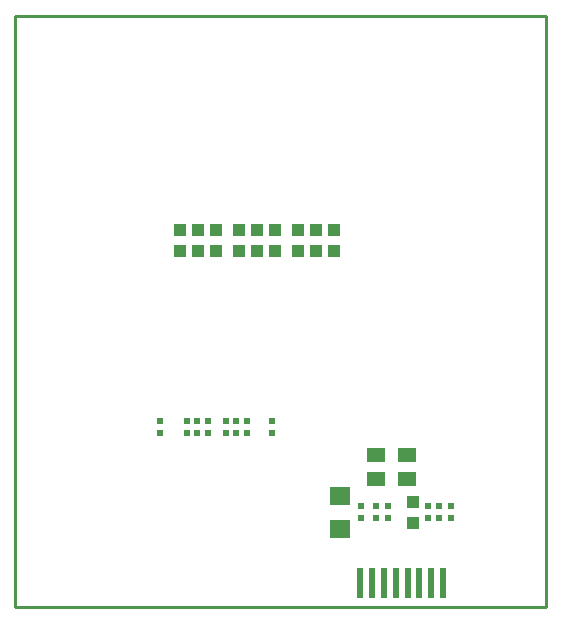
<source format=gbr>
G04 #@! TF.FileFunction,Paste,Top*
%FSLAX46Y46*%
G04 Gerber Fmt 4.6, Leading zero omitted, Abs format (unit mm)*
G04 Created by KiCad (PCBNEW 4.0.1-3.201512221401+6198~38~ubuntu15.10.1-stable) date Thu 31 Mar 2016 02:37:57 PM EEST*
%MOMM*%
G01*
G04 APERTURE LIST*
%ADD10C,0.100000*%
%ADD11C,0.254000*%
%ADD12R,0.550000X0.500000*%
%ADD13R,1.016000X1.016000*%
%ADD14R,0.600000X2.500000*%
%ADD15R,1.524000X1.270000*%
%ADD16R,1.778000X1.524000*%
G04 APERTURE END LIST*
D10*
D11*
X125000000Y-120000000D02*
X125000000Y-70000000D01*
X170000000Y-120000000D02*
X125000000Y-120000000D01*
X170000000Y-70000000D02*
X170000000Y-120000000D01*
X125000000Y-70000000D02*
X170000000Y-70000000D01*
D12*
X156591000Y-112522000D03*
X156591000Y-111506000D03*
D13*
X158750000Y-111125000D03*
X158750000Y-112903000D03*
D12*
X161925000Y-111506000D03*
X161925000Y-112522000D03*
X160909000Y-112522000D03*
X160909000Y-111506000D03*
X154305000Y-112522000D03*
X154305000Y-111506000D03*
X155575000Y-112522000D03*
X155575000Y-111506000D03*
X160020000Y-111506000D03*
X160020000Y-112522000D03*
X137287000Y-104267000D03*
X137287000Y-105283000D03*
X142875000Y-105283000D03*
X142875000Y-104267000D03*
X146812000Y-104267000D03*
X146812000Y-105283000D03*
D14*
X154250000Y-118000000D03*
X155250000Y-118000000D03*
X156250000Y-118000000D03*
X157250000Y-118000000D03*
X158250000Y-118000000D03*
X159250000Y-118000000D03*
X160250000Y-118000000D03*
X161250000Y-118000000D03*
D13*
X139000000Y-89889000D03*
X139000000Y-88111000D03*
X142000000Y-89889000D03*
X142000000Y-88111000D03*
X145500000Y-89889000D03*
X145500000Y-88111000D03*
X147000000Y-89889000D03*
X147000000Y-88111000D03*
X150500000Y-89889000D03*
X150500000Y-88111000D03*
D12*
X144653000Y-104267000D03*
X144653000Y-105283000D03*
X139573000Y-104267000D03*
X139573000Y-105283000D03*
D15*
X155575000Y-107188000D03*
X155575000Y-109220000D03*
D16*
X152527000Y-113411000D03*
X152527000Y-110617000D03*
D15*
X158242000Y-109220000D03*
X158242000Y-107188000D03*
D13*
X140500000Y-89889000D03*
X140500000Y-88111000D03*
D12*
X141351000Y-105283000D03*
X141351000Y-104267000D03*
D13*
X144000000Y-89889000D03*
X144000000Y-88111000D03*
D12*
X140462000Y-104267000D03*
X140462000Y-105283000D03*
D13*
X149000000Y-89889000D03*
X149000000Y-88111000D03*
D12*
X143764000Y-104267000D03*
X143764000Y-105283000D03*
D13*
X152000000Y-89889000D03*
X152000000Y-88111000D03*
M02*

</source>
